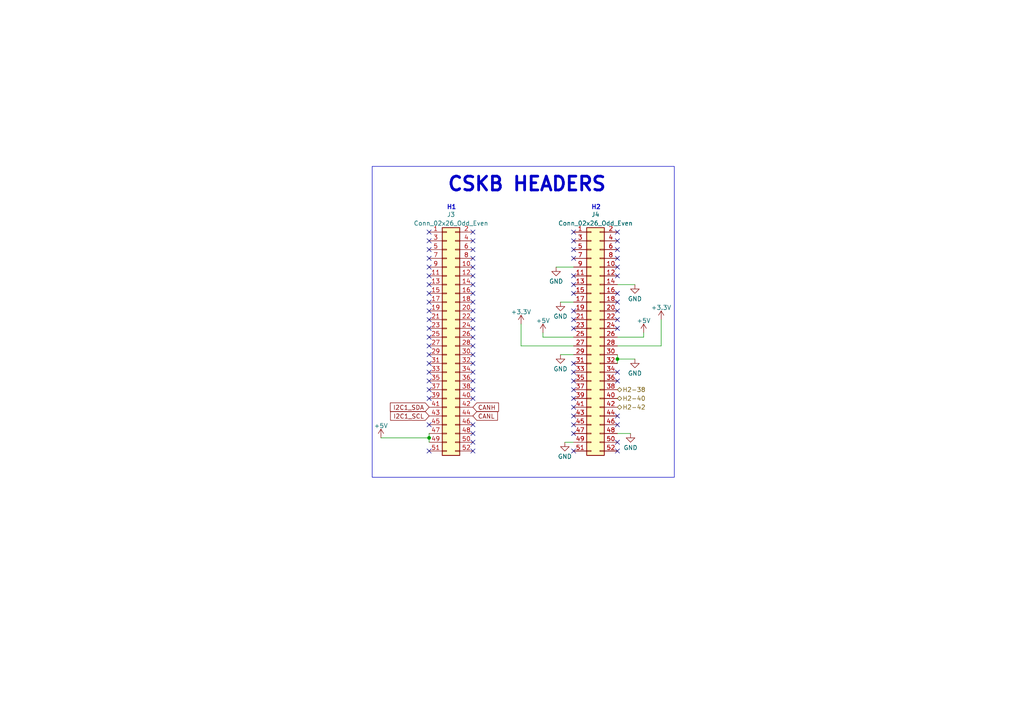
<source format=kicad_sch>
(kicad_sch (version 20230121) (generator eeschema)
  (paper "A4")
  (lib_symbols
    (symbol "Connector_Generic:Conn_02x26_Odd_Even" (pin_names (offset 1.016) hide)
      (property "Reference" "J" (at 1.27 33.02 0))
      (property "Value" "Conn_02x26_Odd_Even" (at 1.27 -35.56 0))
      (symbol "Conn_02x26_Odd_Even_1_1"
        (rectangle (start -1.27 -32.893) (end 0 -33.147) (stroke (width 0.1524)))
        (rectangle (start -1.27 -30.353) (end 0 -30.607) (stroke (width 0.1524)))
        (rectangle (start -1.27 -27.813) (end 0 -28.067) (stroke (width 0.1524)))
        (rectangle (start -1.27 -25.273) (end 0 -25.527) (stroke (width 0.1524)))
        (rectangle (start -1.27 -22.733) (end 0 -22.987) (stroke (width 0.1524)))
        (rectangle (start -1.27 -20.193) (end 0 -20.447) (stroke (width 0.1524)))
        (rectangle (start -1.27 -17.653) (end 0 -17.907) (stroke (width 0.1524)))
        (rectangle (start -1.27 -15.113) (end 0 -15.367) (stroke (width 0.1524)))
        (rectangle (start -1.27 -12.573) (end 0 -12.827) (stroke (width 0.1524)))
        (rectangle (start -1.27 -10.033) (end 0 -10.287) (stroke (width 0.1524)))
        (rectangle (start -1.27 -7.493) (end 0 -7.747) (stroke (width 0.1524)))
        (rectangle (start -1.27 -4.953) (end 0 -5.207) (stroke (width 0.1524)))
        (rectangle (start -1.27 -2.413) (end 0 -2.667) (stroke (width 0.1524)))
        (rectangle (start -1.27 0.127) (end 0 -0.127) (stroke (width 0.1524)))
        (rectangle (start -1.27 2.667) (end 0 2.413) (stroke (width 0.1524)))
        (rectangle (start -1.27 5.207) (end 0 4.953) (stroke (width 0.1524)))
        (rectangle (start -1.27 7.747) (end 0 7.493) (stroke (width 0.1524)))
        (rectangle (start -1.27 10.287) (end 0 10.033) (stroke (width 0.1524)))
        (rectangle (start -1.27 12.827) (end 0 12.573) (stroke (width 0.1524)))
        (rectangle (start -1.27 15.367) (end 0 15.113) (stroke (width 0.1524)))
        (rectangle (start -1.27 17.907) (end 0 17.653) (stroke (width 0.1524)))
        (rectangle (start -1.27 20.447) (end 0 20.193) (stroke (width 0.1524)))
        (rectangle (start -1.27 22.987) (end 0 22.733) (stroke (width 0.1524)))
        (rectangle (start -1.27 25.527) (end 0 25.273) (stroke (width 0.1524)))
        (rectangle (start -1.27 28.067) (end 0 27.813) (stroke (width 0.1524)))
        (rectangle (start -1.27 30.607) (end 0 30.353) (stroke (width 0.1524)))
        (rectangle (start -1.27 31.75) (end 3.81 -34.29) (stroke (width 0.254)) (fill (type background)))
        (rectangle (start 3.81 -32.893) (end 2.54 -33.147) (stroke (width 0.1524)))
        (rectangle (start 3.81 -30.353) (end 2.54 -30.607) (stroke (width 0.1524)))
        (rectangle (start 3.81 -27.813) (end 2.54 -28.067) (stroke (width 0.1524)))
        (rectangle (start 3.81 -25.273) (end 2.54 -25.527) (stroke (width 0.1524)))
        (rectangle (start 3.81 -22.733) (end 2.54 -22.987) (stroke (width 0.1524)))
        (rectangle (start 3.81 -20.193) (end 2.54 -20.447) (stroke (width 0.1524)))
        (rectangle (start 3.81 -17.653) (end 2.54 -17.907) (stroke (width 0.1524)))
        (rectangle (start 3.81 -15.113) (end 2.54 -15.367) (stroke (width 0.1524)))
        (rectangle (start 3.81 -12.573) (end 2.54 -12.827) (stroke (width 0.1524)))
        (rectangle (start 3.81 -10.033) (end 2.54 -10.287) (stroke (width 0.1524)))
        (rectangle (start 3.81 -7.493) (end 2.54 -7.747) (stroke (width 0.1524)))
        (rectangle (start 3.81 -4.953) (end 2.54 -5.207) (stroke (width 0.1524)))
        (rectangle (start 3.81 -2.413) (end 2.54 -2.667) (stroke (width 0.1524)))
        (rectangle (start 3.81 0.127) (end 2.54 -0.127) (stroke (width 0.1524)))
        (rectangle (start 3.81 2.667) (end 2.54 2.413) (stroke (width 0.1524)))
        (rectangle (start 3.81 5.207) (end 2.54 4.953) (stroke (width 0.1524)))
        (rectangle (start 3.81 7.747) (end 2.54 7.493) (stroke (width 0.1524)))
        (rectangle (start 3.81 10.287) (end 2.54 10.033) (stroke (width 0.1524)))
        (rectangle (start 3.81 12.827) (end 2.54 12.573) (stroke (width 0.1524)))
        (rectangle (start 3.81 15.367) (end 2.54 15.113) (stroke (width 0.1524)))
        (rectangle (start 3.81 17.907) (end 2.54 17.653) (stroke (width 0.1524)))
        (rectangle (start 3.81 20.447) (end 2.54 20.193) (stroke (width 0.1524)))
        (rectangle (start 3.81 22.987) (end 2.54 22.733) (stroke (width 0.1524)))
        (rectangle (start 3.81 25.527) (end 2.54 25.273) (stroke (width 0.1524)))
        (rectangle (start 3.81 28.067) (end 2.54 27.813) (stroke (width 0.1524)))
        (rectangle (start 3.81 30.607) (end 2.54 30.353) (stroke (width 0.1524)))
        (pin passive line (at -5.08 30.48 0) (length 3.81) (name "Pin_1") (number "1"))
        (pin passive line (at 7.62 20.32 180) (length 3.81) (name "Pin_10") (number "10"))
        (pin passive line (at -5.08 17.78 0) (length 3.81) (name "Pin_11") (number "11"))
        (pin passive line (at 7.62 17.78 180) (length 3.81) (name "Pin_12") (number "12"))
        (pin passive line (at -5.08 15.24 0) (length 3.81) (name "Pin_13") (number "13"))
        (pin passive line (at 7.62 15.24 180) (length 3.81) (name "Pin_14") (number "14"))
        (pin passive line (at -5.08 12.7 0) (length 3.81) (name "Pin_15") (number "15"))
        (pin passive line (at 7.62 12.7 180) (length 3.81) (name "Pin_16") (number "16"))
        (pin passive line (at -5.08 10.16 0) (length 3.81) (name "Pin_17") (number "17"))
        (pin passive line (at 7.62 10.16 180) (length 3.81) (name "Pin_18") (number "18"))
        (pin passive line (at -5.08 7.62 0) (length 3.81) (name "Pin_19") (number "19"))
        (pin passive line (at 7.62 30.48 180) (length 3.81) (name "Pin_2") (number "2"))
        (pin passive line (at 7.62 7.62 180) (length 3.81) (name "Pin_20") (number "20"))
        (pin passive line (at -5.08 5.08 0) (length 3.81) (name "Pin_21") (number "21"))
        (pin passive line (at 7.62 5.08 180) (length 3.81) (name "Pin_22") (number "22"))
        (pin passive line (at -5.08 2.54 0) (length 3.81) (name "Pin_23") (number "23"))
        (pin passive line (at 7.62 2.54 180) (length 3.81) (name "Pin_24") (number "24"))
        (pin passive line (at -5.08 0 0) (length 3.81) (name "Pin_25") (number "25"))
        (pin passive line (at 7.62 0 180) (length 3.81) (name "Pin_26") (number "26"))
        (pin passive line (at -5.08 -2.54 0) (length 3.81) (name "Pin_27") (number "27"))
        (pin passive line (at 7.62 -2.54 180) (length 3.81) (name "Pin_28") (number "28"))
        (pin passive line (at -5.08 -5.08 0) (length 3.81) (name "Pin_29") (number "29"))
        (pin passive line (at -5.08 27.94 0) (length 3.81) (name "Pin_3") (number "3"))
        (pin passive line (at 7.62 -5.08 180) (length 3.81) (name "Pin_30") (number "30"))
        (pin passive line (at -5.08 -7.62 0) (length 3.81) (name "Pin_31") (number "31"))
        (pin passive line (at 7.62 -7.62 180) (length 3.81) (name "Pin_32") (number "32"))
        (pin passive line (at -5.08 -10.16 0) (length 3.81) (name "Pin_33") (number "33"))
        (pin passive line (at 7.62 -10.16 180) (length 3.81) (name "Pin_34") (number "34"))
        (pin passive line (at -5.08 -12.7 0) (length 3.81) (name "Pin_35") (number "35"))
        (pin passive line (at 7.62 -12.7 180) (length 3.81) (name "Pin_36") (number "36"))
        (pin passive line (at -5.08 -15.24 0) (length 3.81) (name "Pin_37") (number "37"))
        (pin passive line (at 7.62 -15.24 180) (length 3.81) (name "Pin_38") (number "38"))
        (pin passive line (at -5.08 -17.78 0) (length 3.81) (name "Pin_39") (number "39"))
        (pin passive line (at 7.62 27.94 180) (length 3.81) (name "Pin_4") (number "4"))
        (pin passive line (at 7.62 -17.78 180) (length 3.81) (name "Pin_40") (number "40"))
        (pin passive line (at -5.08 -20.32 0) (length 3.81) (name "Pin_41") (number "41"))
        (pin passive line (at 7.62 -20.32 180) (length 3.81) (name "Pin_42") (number "42"))
        (pin passive line (at -5.08 -22.86 0) (length 3.81) (name "Pin_43") (number "43"))
        (pin passive line (at 7.62 -22.86 180) (length 3.81) (name "Pin_44") (number "44"))
        (pin passive line (at -5.08 -25.4 0) (length 3.81) (name "Pin_45") (number "45"))
        (pin passive line (at 7.62 -25.4 180) (length 3.81) (name "Pin_46") (number "46"))
        (pin passive line (at -5.08 -27.94 0) (length 3.81) (name "Pin_47") (number "47"))
        (pin passive line (at 7.62 -27.94 180) (length 3.81) (name "Pin_48") (number "48"))
        (pin passive line (at -5.08 -30.48 0) (length 3.81) (name "Pin_49") (number "49"))
        (pin passive line (at -5.08 25.4 0) (length 3.81) (name "Pin_5") (number "5"))
        (pin passive line (at 7.62 -30.48 180) (length 3.81) (name "Pin_50") (number "50"))
        (pin passive line (at -5.08 -33.02 0) (length 3.81) (name "Pin_51") (number "51"))
        (pin passive line (at 7.62 -33.02 180) (length 3.81) (name "Pin_52") (number "52"))
        (pin passive line (at 7.62 25.4 180) (length 3.81) (name "Pin_6") (number "6"))
        (pin passive line (at -5.08 22.86 0) (length 3.81) (name "Pin_7") (number "7"))
        (pin passive line (at 7.62 22.86 180) (length 3.81) (name "Pin_8") (number "8"))
        (pin passive line (at -5.08 20.32 0) (length 3.81) (name "Pin_9") (number "9"))
      )
    )
    (symbol "power:+3.3V" (power) (pin_names (offset 0))
      (property "Value" "+3.3V" (at 0 3.556 0))
      (symbol "+3.3V_0_1"
        (polyline (pts (xy -0.762 1.27) (xy 0 2.54)))
        (polyline (pts (xy 0 0) (xy 0 2.54)))
        (polyline (pts (xy 0 2.54) (xy 0.762 1.27)))
      )
      (symbol "+3.3V_1_1"
        (pin power_in line (at 0 0 90) (length 0) hide (name "+3.3V") (number "1"))
      )
    )
    (symbol "power:+5V" (power) (pin_names (offset 0))
      (property "Value" "+5V" (at 0 3.556 0))
      (symbol "+5V_0_1"
        (polyline (pts (xy -0.762 1.27) (xy 0 2.54)))
        (polyline (pts (xy 0 0) (xy 0 2.54)))
        (polyline (pts (xy 0 2.54) (xy 0.762 1.27)))
      )
      (symbol "+5V_1_1"
        (pin power_in line (at 0 0 90) (length 0) hide (name "+5V") (number "1"))
      )
    )
    (symbol "power:GND" (power) (pin_names (offset 0))
      (property "Value" "GND" (at 0 -3.81 0))
      (symbol "GND_0_1"
        (polyline (pts (xy 0 0) (xy 0 -1.27) (xy 1.27 -1.27) (xy 0 -2.54) (xy -1.27 -1.27) (xy 0 -1.27)))
      )
      (symbol "GND_1_1"
        (pin power_in line (at 0 0 270) (length 0) hide (name "GND") (number "1"))
      )
    )
  )
  (junction (at 124.46 127))
  (junction (at 179.07 104.14))
  (no_connect (at 166.37 72.39))
  (no_connect (at 166.37 74.93))
  (no_connect (at 179.07 69.85))
  (no_connect (at 137.16 80.01))
  (no_connect (at 137.16 90.17))
  (no_connect (at 166.37 118.11))
  (no_connect (at 124.46 92.71))
  (no_connect (at 137.16 77.47))
  (no_connect (at 124.46 95.25))
  (no_connect (at 137.16 128.27))
  (no_connect (at 179.07 85.09))
  (no_connect (at 179.07 87.63))
  (no_connect (at 137.16 107.95))
  (no_connect (at 124.46 90.17))
  (no_connect (at 124.46 110.49))
  (no_connect (at 179.07 120.65))
  (no_connect (at 124.46 77.47))
  (no_connect (at 124.46 105.41))
  (no_connect (at 124.46 87.63))
  (no_connect (at 166.37 82.55))
  (no_connect (at 166.37 120.65))
  (no_connect (at 124.46 82.55))
  (no_connect (at 137.16 105.41))
  (no_connect (at 179.07 128.27))
  (no_connect (at 166.37 92.71))
  (no_connect (at 124.46 72.39))
  (no_connect (at 137.16 85.09))
  (no_connect (at 137.16 74.93))
  (no_connect (at 137.16 115.57))
  (no_connect (at 137.16 69.85))
  (no_connect (at 166.37 113.03))
  (no_connect (at 137.16 87.63))
  (no_connect (at 166.37 67.31))
  (no_connect (at 166.37 123.19))
  (no_connect (at 179.07 95.25))
  (no_connect (at 166.37 115.57))
  (no_connect (at 166.37 110.49))
  (no_connect (at 179.07 74.93))
  (no_connect (at 124.46 100.33))
  (no_connect (at 137.16 72.39))
  (no_connect (at 166.37 107.95))
  (no_connect (at 166.37 125.73))
  (no_connect (at 179.07 67.31))
  (no_connect (at 137.16 82.55))
  (no_connect (at 124.46 67.31))
  (no_connect (at 166.37 69.85))
  (no_connect (at 179.07 77.47))
  (no_connect (at 137.16 125.73))
  (no_connect (at 124.46 113.03))
  (no_connect (at 179.07 90.17))
  (no_connect (at 137.16 113.03))
  (no_connect (at 124.46 115.57))
  (no_connect (at 179.07 80.01))
  (no_connect (at 124.46 130.81))
  (no_connect (at 137.16 100.33))
  (no_connect (at 124.46 80.01))
  (no_connect (at 124.46 74.93))
  (no_connect (at 137.16 110.49))
  (no_connect (at 179.07 72.39))
  (no_connect (at 137.16 97.79))
  (no_connect (at 166.37 85.09))
  (no_connect (at 179.07 107.95))
  (no_connect (at 124.46 102.87))
  (no_connect (at 137.16 130.81))
  (no_connect (at 137.16 102.87))
  (no_connect (at 179.07 110.49))
  (no_connect (at 166.37 130.81))
  (no_connect (at 124.46 123.19))
  (no_connect (at 179.07 92.71))
  (no_connect (at 124.46 107.95))
  (no_connect (at 124.46 97.79))
  (no_connect (at 166.37 105.41))
  (no_connect (at 124.46 85.09))
  (no_connect (at 124.46 69.85))
  (no_connect (at 179.07 130.81))
  (no_connect (at 137.16 92.71))
  (no_connect (at 166.37 95.25))
  (no_connect (at 137.16 123.19))
  (no_connect (at 179.07 123.19))
  (no_connect (at 166.37 90.17))
  (no_connect (at 166.37 80.01))
  (no_connect (at 137.16 67.31))
  (no_connect (at 137.16 95.25))
  (wire (pts (xy 179.07 97.79) (xy 186.69 97.79)))
  (wire (pts (xy 186.69 97.79) (xy 186.69 96.52)))
  (wire (pts (xy 179.07 102.87) (xy 179.07 104.14)))
  (wire (pts (xy 124.46 125.73) (xy 124.46 127)))
  (wire (pts (xy 166.37 97.79) (xy 157.48 97.79)))
  (wire (pts (xy 157.48 97.79) (xy 157.48 96.52)))
  (wire (pts (xy 191.77 100.33) (xy 191.77 92.71)))
  (wire (pts (xy 166.37 100.33) (xy 151.13 100.33)))
  (wire (pts (xy 124.46 127) (xy 124.46 128.27)))
  (wire (pts (xy 162.56 87.63) (xy 166.37 87.63)))
  (wire (pts (xy 124.46 127) (xy 110.49 127)))
  (wire (pts (xy 163.83 128.27) (xy 166.37 128.27)))
  (wire (pts (xy 179.07 82.55) (xy 184.15 82.55)))
  (wire (pts (xy 179.07 125.73) (xy 182.88 125.73)))
  (wire (pts (xy 179.07 100.33) (xy 191.77 100.33)))
  (wire (pts (xy 179.07 104.14) (xy 179.07 105.41)))
  (wire (pts (xy 162.56 102.87) (xy 166.37 102.87)))
  (wire (pts (xy 161.29 77.47) (xy 166.37 77.47)))
  (wire (pts (xy 151.13 100.33) (xy 151.13 93.98)))
  (wire (pts (xy 179.07 104.14) (xy 184.15 104.14)))
  (rectangle (start 107.95 48.26) (end 195.58 138.43))
  (text "H2\n" (at 171.45 60.96 0) (effects (font (size 1.27 1.27) bold) (justify left bottom)))
  (text "H1" (at 129.54 60.96 0) (effects (font (size 1.27 1.27) bold) (justify left bottom)))
  (text "CSKB HEADERS" (at 129.54 55.88 0) (effects (font (size 4 4) (thickness 0.8) bold) (justify left bottom)))
  (global_label "I2C1_SCL" (shape input) (at 124.46 120.65 180) (property "Intersheetrefs" "${INTERSHEET_REFS}" (at 112.7058 120.65 0) (effects (justify right))))
  (global_label "I2C1_SDA" (shape input) (at 124.46 118.11 180) (property "Intersheetrefs" "${INTERSHEET_REFS}" (at 112.6453 118.11 0) (effects (justify right))))
  (global_label "CANH" (shape input) (at 137.16 118.11 0) (property "Intersheetrefs" "${INTERSHEET_REFS}" (at 145.0854 118.11 0) (effects (justify left))))
  (global_label "CANL" (shape input) (at 137.16 120.65 0) (property "Intersheetrefs" "${INTERSHEET_REFS}" (at 144.783 120.65 0) (effects (justify left))))
  (hierarchical_label "H2-40" (shape bidirectional) (at 179.07 115.57 0))
  (hierarchical_label "H2-38" (shape bidirectional) (at 179.07 113.03 0))
  (hierarchical_label "H2-42" (shape bidirectional) (at 179.07 118.11 0))
  (symbol (lib_id "power:GND") (at 184.15 82.55 0) (unit 1)
    (property "Reference" "#PWR012" (effects hide))
    (property "Value" "GND" (at 184.15 86.6855 0))
  )
  (symbol (lib_id "power:+3.3V") (at 151.13 93.98 0) (unit 1)
    (property "Reference" "#PWR03" (effects hide))
    (property "Value" "+3.3V" (at 151.13 90.4781 0))
  )
  (symbol (lib_id "power:+5V") (at 110.49 127 0) (unit 1)
    (property "Reference" "#PWR02" (effects hide))
    (property "Value" "+5V" (at 110.49 123.4981 0))
  )
  (symbol (lib_id "power:GND") (at 162.56 102.87 0) (unit 1)
    (property "Reference" "#PWR09" (effects hide))
    (property "Value" "GND" (at 162.56 107.0055 0))
  )
  (symbol (lib_id "power:GND") (at 161.29 77.47 0) (unit 1)
    (property "Reference" "#PWR05" (effects hide))
    (property "Value" "GND" (at 161.29 81.6055 0))
  )
  (symbol (lib_id "power:GND") (at 163.83 128.27 0) (unit 1)
    (property "Reference" "#PWR010" (effects hide))
    (property "Value" "GND" (at 163.83 132.4055 0))
  )
  (symbol (lib_id "Connector_Generic:Conn_02x26_Odd_Even") (at 129.54 97.79 0) (unit 1)
    (property "Reference" "J3" (at 130.81 62.23 0))
    (property "Value" "Conn_02x26_Odd_Even" (at 130.81 64.77 0))
    (property "Footprint" "Connector_PinSocket_2.54mm:PinSocket_2x26_P2.54mm_Vertical" (effects hide))
  )
  (symbol (lib_id "power:GND") (at 184.15 104.14 0) (unit 1)
    (property "Reference" "#PWR016" (effects hide))
    (property "Value" "GND" (at 184.15 108.2755 0))
  )
  (symbol (lib_id "power:GND") (at 162.56 87.63 0) (unit 1)
    (property "Reference" "#PWR08" (effects hide))
    (property "Value" "GND" (at 162.56 91.7655 0))
  )
  (symbol (lib_id "power:+3.3V") (at 191.77 92.71 0) (unit 1)
    (property "Reference" "#PWR018" (effects hide))
    (property "Value" "+3.3V" (at 191.77 89.2081 0))
  )
  (symbol (lib_id "power:GND") (at 182.88 125.73 0) (unit 1)
    (property "Reference" "#PWR011" (effects hide))
    (property "Value" "GND" (at 182.88 129.8655 0))
  )
  (symbol (lib_id "power:+5V") (at 157.48 96.52 0) (unit 1)
    (property "Reference" "#PWR04" (effects hide))
    (property "Value" "+5V" (at 157.48 93.0181 0))
  )
  (symbol (lib_id "Connector_Generic:Conn_02x26_Odd_Even") (at 171.45 97.79 0) (unit 1)
    (property "Reference" "J4" (at 172.72 62.23 0))
    (property "Value" "Conn_02x26_Odd_Even" (at 172.72 64.77 0))
    (property "Footprint" "Connector_PinSocket_2.54mm:PinSocket_2x26_P2.54mm_Vertical" (effects hide))
  )
  (symbol (lib_id "power:+5V") (at 186.69 96.52 0) (unit 1)
    (property "Reference" "#PWR017" (effects hide))
    (property "Value" "+5V" (at 186.69 93.0181 0))
  )
)
</source>
